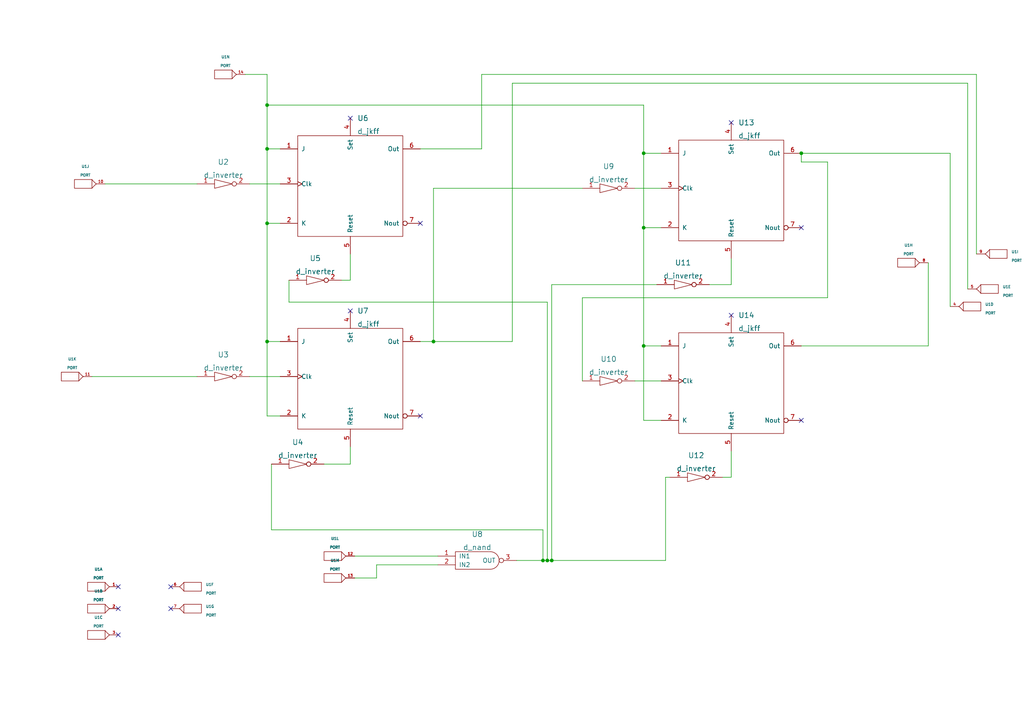
<source format=kicad_sch>
(kicad_sch (version 20211123) (generator eeschema)

  (uuid d538f0bd-8588-462f-9bf0-13178464fc60)

  (paper "A4")

  (lib_symbols
    (symbol "eSim_Digital:d_inverter" (pin_names (offset 1.016)) (in_bom yes) (on_board yes)
      (property "Reference" "U" (id 0) (at 0 -2.54 0)
        (effects (font (size 1.524 1.524)))
      )
      (property "Value" "d_inverter" (id 1) (at 0 3.81 0)
        (effects (font (size 1.524 1.524)))
      )
      (property "Footprint" "" (id 2) (at 1.27 -1.27 0)
        (effects (font (size 1.524 1.524)))
      )
      (property "Datasheet" "" (id 3) (at 1.27 -1.27 0)
        (effects (font (size 1.524 1.524)))
      )
      (symbol "d_inverter_0_1"
        (polyline
          (pts
            (xy -2.54 1.27)
            (xy -2.54 -1.27)
            (xy 2.54 0)
            (xy -2.54 1.27)
          )
          (stroke (width 0) (type default) (color 0 0 0 0))
          (fill (type none))
        )
      )
      (symbol "d_inverter_1_1"
        (pin input line (at -7.62 0 0) (length 5.08)
          (name "~" (effects (font (size 1.27 1.27))))
          (number "1" (effects (font (size 1.27 1.27))))
        )
        (pin output inverted (at 7.62 0 180) (length 5.08)
          (name "~" (effects (font (size 1.27 1.27))))
          (number "2" (effects (font (size 1.27 1.27))))
        )
      )
    )
    (symbol "eSim_Digital:d_jkff" (pin_names (offset 1.016)) (in_bom yes) (on_board yes)
      (property "Reference" "U" (id 0) (at 0 0 0)
        (effects (font (size 1.524 1.524)))
      )
      (property "Value" "d_jkff" (id 1) (at 1.27 3.81 0)
        (effects (font (size 1.524 1.524)))
      )
      (property "Footprint" "" (id 2) (at 0 0 0)
        (effects (font (size 1.524 1.524)))
      )
      (property "Datasheet" "" (id 3) (at 0 0 0)
        (effects (font (size 1.524 1.524)))
      )
      (symbol "d_jkff_0_1"
        (rectangle (start 15.24 13.97) (end -15.24 -15.24)
          (stroke (width 0) (type default) (color 0 0 0 0))
          (fill (type none))
        )
      )
      (symbol "d_jkff_1_1"
        (pin input line (at -20.32 10.16 0) (length 5.08)
          (name "J" (effects (font (size 1.27 1.27))))
          (number "1" (effects (font (size 1.27 1.27))))
        )
        (pin input line (at -20.32 -11.43 0) (length 5.08)
          (name "K" (effects (font (size 1.27 1.27))))
          (number "2" (effects (font (size 1.27 1.27))))
        )
        (pin input clock (at -20.32 0 0) (length 5.08)
          (name "Clk" (effects (font (size 1.27 1.27))))
          (number "3" (effects (font (size 1.27 1.27))))
        )
        (pin input line (at 0 19.05 270) (length 5.08)
          (name "Set" (effects (font (size 1.27 1.27))))
          (number "4" (effects (font (size 1.27 1.27))))
        )
        (pin input line (at 0 -20.32 90) (length 5.08)
          (name "Reset" (effects (font (size 1.27 1.27))))
          (number "5" (effects (font (size 1.27 1.27))))
        )
        (pin output line (at 20.32 10.16 180) (length 5.08)
          (name "Out" (effects (font (size 1.27 1.27))))
          (number "6" (effects (font (size 1.27 1.27))))
        )
        (pin output inverted (at 20.32 -11.43 180) (length 5.08)
          (name "Nout" (effects (font (size 1.27 1.27))))
          (number "7" (effects (font (size 1.27 1.27))))
        )
      )
    )
    (symbol "eSim_Digital:d_nand" (pin_names (offset 1.016)) (in_bom yes) (on_board yes)
      (property "Reference" "U" (id 0) (at 0 0 0)
        (effects (font (size 1.524 1.524)))
      )
      (property "Value" "d_nand" (id 1) (at 1.27 2.54 0)
        (effects (font (size 1.524 1.524)))
      )
      (property "Footprint" "" (id 2) (at 0 0 0)
        (effects (font (size 1.524 1.524)))
      )
      (property "Datasheet" "" (id 3) (at 0 0 0)
        (effects (font (size 1.524 1.524)))
      )
      (symbol "d_nand_0_1"
        (polyline
          (pts
            (xy 3.81 -1.27)
            (xy -6.35 -1.27)
            (xy -6.35 3.81)
            (xy 3.81 3.81)
          )
          (stroke (width 0) (type default) (color 0 0 0 0))
          (fill (type none))
        )
        (arc (start 3.81 -1.27) (mid 5.5897 -0.5171) (end 6.35 1.27)
          (stroke (width 0) (type default) (color 0 0 0 0))
          (fill (type none))
        )
        (arc (start 6.35 1.27) (mid 5.5971 3.0497) (end 3.81 3.81)
          (stroke (width 0) (type default) (color 0 0 0 0))
          (fill (type none))
        )
      )
      (symbol "d_nand_1_1"
        (pin input line (at -11.43 2.54 0) (length 5.08)
          (name "IN1" (effects (font (size 1.27 1.27))))
          (number "1" (effects (font (size 1.27 1.27))))
        )
        (pin input line (at -11.43 0 0) (length 5.08)
          (name "IN2" (effects (font (size 1.27 1.27))))
          (number "2" (effects (font (size 1.27 1.27))))
        )
        (pin output inverted (at 11.43 1.27 180) (length 5.08)
          (name "OUT" (effects (font (size 1.27 1.27))))
          (number "3" (effects (font (size 1.27 1.27))))
        )
      )
    )
    (symbol "eSim_Miscellaneous:PORT" (pin_names (offset 1.016)) (in_bom yes) (on_board yes)
      (property "Reference" "U" (id 0) (at 1.27 2.54 0)
        (effects (font (size 0.762 0.762)))
      )
      (property "Value" "PORT" (id 1) (at 0 0 0)
        (effects (font (size 0.762 0.762)))
      )
      (property "Footprint" "" (id 2) (at 0 0 0)
        (effects (font (size 1.524 1.524)))
      )
      (property "Datasheet" "" (id 3) (at 0 0 0)
        (effects (font (size 1.524 1.524)))
      )
      (symbol "PORT_0_1"
        (rectangle (start -2.54 1.27) (end 2.54 -1.27)
          (stroke (width 0) (type default) (color 0 0 0 0))
          (fill (type none))
        )
        (arc (start 2.54 1.27) (mid 3.1355 0.5955) (end 3.81 0)
          (stroke (width 0) (type default) (color 0 0 0 0))
          (fill (type none))
        )
        (arc (start 3.81 0) (mid 3.1447 -0.6046) (end 2.54 -1.27)
          (stroke (width 0) (type default) (color 0 0 0 0))
          (fill (type none))
        )
      )
      (symbol "PORT_1_1"
        (pin bidirectional line (at 6.35 0 180) (length 2.54)
          (name "~" (effects (font (size 0.762 0.762))))
          (number "1" (effects (font (size 0.762 0.762))))
        )
      )
      (symbol "PORT_2_1"
        (pin bidirectional line (at 6.35 0 180) (length 2.54)
          (name "~" (effects (font (size 0.762 0.762))))
          (number "2" (effects (font (size 0.762 0.762))))
        )
      )
      (symbol "PORT_3_1"
        (pin bidirectional line (at 6.35 0 180) (length 2.54)
          (name "~" (effects (font (size 0.762 0.762))))
          (number "3" (effects (font (size 0.762 0.762))))
        )
      )
      (symbol "PORT_4_1"
        (pin bidirectional line (at 6.35 0 180) (length 2.54)
          (name "~" (effects (font (size 0.762 0.762))))
          (number "4" (effects (font (size 0.762 0.762))))
        )
      )
      (symbol "PORT_5_1"
        (pin bidirectional line (at 6.35 0 180) (length 2.54)
          (name "~" (effects (font (size 0.762 0.762))))
          (number "5" (effects (font (size 0.762 0.762))))
        )
      )
      (symbol "PORT_6_1"
        (pin bidirectional line (at 6.35 0 180) (length 2.54)
          (name "~" (effects (font (size 0.762 0.762))))
          (number "6" (effects (font (size 0.762 0.762))))
        )
      )
      (symbol "PORT_7_1"
        (pin bidirectional line (at 6.35 0 180) (length 2.54)
          (name "~" (effects (font (size 0.762 0.762))))
          (number "7" (effects (font (size 0.762 0.762))))
        )
      )
      (symbol "PORT_8_1"
        (pin bidirectional line (at 6.35 0 180) (length 2.54)
          (name "~" (effects (font (size 0.762 0.762))))
          (number "8" (effects (font (size 0.762 0.762))))
        )
      )
      (symbol "PORT_9_1"
        (pin bidirectional line (at 6.35 0 180) (length 2.54)
          (name "~" (effects (font (size 0.762 0.762))))
          (number "9" (effects (font (size 0.762 0.762))))
        )
      )
      (symbol "PORT_10_1"
        (pin bidirectional line (at 6.35 0 180) (length 2.54)
          (name "~" (effects (font (size 0.762 0.762))))
          (number "10" (effects (font (size 0.762 0.762))))
        )
      )
      (symbol "PORT_11_1"
        (pin bidirectional line (at 6.35 0 180) (length 2.54)
          (name "~" (effects (font (size 0.762 0.762))))
          (number "11" (effects (font (size 0.762 0.762))))
        )
      )
      (symbol "PORT_12_1"
        (pin bidirectional line (at 6.35 0 180) (length 2.54)
          (name "~" (effects (font (size 0.762 0.762))))
          (number "12" (effects (font (size 0.762 0.762))))
        )
      )
      (symbol "PORT_13_1"
        (pin bidirectional line (at 6.35 0 180) (length 2.54)
          (name "~" (effects (font (size 0.762 0.762))))
          (number "13" (effects (font (size 0.762 0.762))))
        )
      )
      (symbol "PORT_14_1"
        (pin bidirectional line (at 6.35 0 180) (length 2.54)
          (name "~" (effects (font (size 0.762 0.762))))
          (number "14" (effects (font (size 0.762 0.762))))
        )
      )
      (symbol "PORT_15_1"
        (pin bidirectional line (at 6.35 0 180) (length 2.54)
          (name "~" (effects (font (size 0.762 0.762))))
          (number "15" (effects (font (size 0.762 0.762))))
        )
      )
      (symbol "PORT_16_1"
        (pin bidirectional line (at 6.35 0 180) (length 2.54)
          (name "~" (effects (font (size 0.762 0.762))))
          (number "16" (effects (font (size 0.762 0.762))))
        )
      )
      (symbol "PORT_17_1"
        (pin bidirectional line (at 6.35 0 180) (length 2.54)
          (name "~" (effects (font (size 0.762 0.762))))
          (number "17" (effects (font (size 0.762 0.762))))
        )
      )
      (symbol "PORT_18_1"
        (pin bidirectional line (at 6.35 0 180) (length 2.54)
          (name "~" (effects (font (size 0.762 0.762))))
          (number "18" (effects (font (size 0.762 0.762))))
        )
      )
      (symbol "PORT_19_1"
        (pin bidirectional line (at 6.35 0 180) (length 2.54)
          (name "~" (effects (font (size 0.762 0.762))))
          (number "19" (effects (font (size 0.762 0.762))))
        )
      )
      (symbol "PORT_20_1"
        (pin bidirectional line (at 6.35 0 180) (length 2.54)
          (name "~" (effects (font (size 0.762 0.762))))
          (number "20" (effects (font (size 0.762 0.762))))
        )
      )
      (symbol "PORT_21_1"
        (pin bidirectional line (at 6.35 0 180) (length 2.54)
          (name "~" (effects (font (size 0.762 0.762))))
          (number "21" (effects (font (size 0.762 0.762))))
        )
      )
      (symbol "PORT_22_1"
        (pin bidirectional line (at 6.35 0 180) (length 2.54)
          (name "~" (effects (font (size 0.762 0.762))))
          (number "22" (effects (font (size 0.762 0.762))))
        )
      )
      (symbol "PORT_23_1"
        (pin bidirectional line (at 6.35 0 180) (length 2.54)
          (name "~" (effects (font (size 0.762 0.762))))
          (number "23" (effects (font (size 0.762 0.762))))
        )
      )
      (symbol "PORT_24_1"
        (pin bidirectional line (at 6.35 0 180) (length 2.54)
          (name "~" (effects (font (size 0.762 0.762))))
          (number "24" (effects (font (size 0.762 0.762))))
        )
      )
      (symbol "PORT_25_1"
        (pin bidirectional line (at 6.35 0 180) (length 2.54)
          (name "~" (effects (font (size 0.762 0.762))))
          (number "25" (effects (font (size 0.762 0.762))))
        )
      )
      (symbol "PORT_26_1"
        (pin bidirectional line (at 6.35 0 180) (length 2.54)
          (name "~" (effects (font (size 0.762 0.762))))
          (number "26" (effects (font (size 0.762 0.762))))
        )
      )
    )
  )

  (junction (at 160.02 162.56) (diameter 0) (color 0 0 0 0)
    (uuid 01fd7cc2-ee40-47e6-bf09-1a556277635f)
  )
  (junction (at 186.69 100.33) (diameter 0) (color 0 0 0 0)
    (uuid 2d5995ef-100f-4691-9799-99c7d24bdddf)
  )
  (junction (at 157.48 162.56) (diameter 0) (color 0 0 0 0)
    (uuid 4512daa7-c97b-4aac-900a-35677683601d)
  )
  (junction (at 158.75 162.56) (diameter 0) (color 0 0 0 0)
    (uuid 61fce0b1-bce2-4303-8755-104062808fd9)
  )
  (junction (at 232.41 44.45) (diameter 0) (color 0 0 0 0)
    (uuid 6486f23b-8f36-4cfb-8393-ba099d077610)
  )
  (junction (at 186.69 66.04) (diameter 0) (color 0 0 0 0)
    (uuid 71f8641e-781b-4e82-8c9d-5c30e4612d9b)
  )
  (junction (at 77.47 43.18) (diameter 0) (color 0 0 0 0)
    (uuid b2d421aa-ec22-4633-b4c8-ef956393ee19)
  )
  (junction (at 77.47 30.48) (diameter 0) (color 0 0 0 0)
    (uuid bc4a31eb-8f1e-400b-b3bf-0873665263fa)
  )
  (junction (at 77.47 99.06) (diameter 0) (color 0 0 0 0)
    (uuid c8cf2c75-6c81-425a-aec4-7acc56d4c4eb)
  )
  (junction (at 77.47 64.77) (diameter 0) (color 0 0 0 0)
    (uuid e3aca9de-9502-4ae6-bdd6-0f66e149a94e)
  )
  (junction (at 125.73 99.06) (diameter 0) (color 0 0 0 0)
    (uuid e6ed2992-f6a0-4f00-9637-2d87e66e39ee)
  )
  (junction (at 186.69 44.45) (diameter 0) (color 0 0 0 0)
    (uuid fccc6bff-b92b-429c-87d1-810fa8d02fe7)
  )

  (no_connect (at 232.41 121.92) (uuid 17f5cd9d-272e-4a2f-95fb-ce2166d2ff24))
  (no_connect (at 49.53 170.18) (uuid 18b1ed07-5d3b-4366-bd8b-306a7fddbfe8))
  (no_connect (at 49.53 176.53) (uuid 1eccca6c-f093-4f20-a37a-40402c92c50b))
  (no_connect (at 34.29 176.53) (uuid 1f493852-50c4-400e-9eaf-9006aba9ae16))
  (no_connect (at 34.29 184.15) (uuid 21654dbf-7336-4bf0-87b8-85fab8a4292c))
  (no_connect (at 212.09 35.56) (uuid 3eeefb6a-3e1b-48da-bade-b75722cb5729))
  (no_connect (at 34.29 170.18) (uuid 6ef44b93-f869-4a41-8983-f5958ef2afba))
  (no_connect (at 101.6 34.29) (uuid ae634a4d-6330-4e47-8a1e-e86e8c664de9))
  (no_connect (at 121.92 120.65) (uuid d60f5bb5-8b12-434a-aa7f-ed533a42f8f8))
  (no_connect (at 232.41 66.04) (uuid d85a7bad-6f6f-4b7a-a634-874e69002ace))
  (no_connect (at 212.09 91.44) (uuid d93157e1-8e0e-48e6-afa8-3f337322b883))
  (no_connect (at 101.6 90.17) (uuid f0f15530-f262-43b0-befd-fca04c637a78))
  (no_connect (at 121.92 64.77) (uuid f3d090aa-4cab-4a64-af91-edd74710205d))

  (wire (pts (xy 101.6 134.62) (xy 101.6 129.54))
    (stroke (width 0) (type default) (color 0 0 0 0))
    (uuid 01b7e1b4-435c-481e-b200-2544781123fe)
  )
  (wire (pts (xy 240.03 46.99) (xy 240.03 86.36))
    (stroke (width 0) (type default) (color 0 0 0 0))
    (uuid 05ac2e70-f866-4c87-aa10-213e984b760a)
  )
  (wire (pts (xy 232.41 100.33) (xy 269.24 100.33))
    (stroke (width 0) (type default) (color 0 0 0 0))
    (uuid 0b4b1561-80fe-4bf3-a3ec-d8d11c424226)
  )
  (wire (pts (xy 160.02 162.56) (xy 193.04 162.56))
    (stroke (width 0) (type default) (color 0 0 0 0))
    (uuid 0dad0f91-1786-4c6a-8448-bc69e314b39d)
  )
  (wire (pts (xy 186.69 100.33) (xy 186.69 121.92))
    (stroke (width 0) (type default) (color 0 0 0 0))
    (uuid 169b9818-57c1-4cfa-ba3e-5e9c89603afa)
  )
  (wire (pts (xy 149.86 162.56) (xy 157.48 162.56))
    (stroke (width 0) (type default) (color 0 0 0 0))
    (uuid 17a59d0b-776a-4216-932e-342b0dc8cfa2)
  )
  (wire (pts (xy 168.91 86.36) (xy 168.91 110.49))
    (stroke (width 0) (type default) (color 0 0 0 0))
    (uuid 193f7324-cb83-4e4a-9007-99ebb680a2c2)
  )
  (wire (pts (xy 269.24 76.2) (xy 269.24 100.33))
    (stroke (width 0) (type default) (color 0 0 0 0))
    (uuid 1d5f8ab5-caaa-484c-9e30-21c2f6ea3f0e)
  )
  (wire (pts (xy 193.04 162.56) (xy 193.04 138.43))
    (stroke (width 0) (type default) (color 0 0 0 0))
    (uuid 1f6af0c4-dde6-4ba8-b0be-838b244739f0)
  )
  (wire (pts (xy 158.75 162.56) (xy 160.02 162.56))
    (stroke (width 0) (type default) (color 0 0 0 0))
    (uuid 22e5a204-7e1e-4bf0-882f-9be92ccf41f9)
  )
  (wire (pts (xy 101.6 73.66) (xy 101.6 81.28))
    (stroke (width 0) (type default) (color 0 0 0 0))
    (uuid 2688437f-a9c4-4475-8a38-ef926dc64056)
  )
  (wire (pts (xy 77.47 99.06) (xy 77.47 120.65))
    (stroke (width 0) (type default) (color 0 0 0 0))
    (uuid 2a086d52-b2f1-48fb-ac9e-ca86a1374d3f)
  )
  (wire (pts (xy 184.15 54.61) (xy 191.77 54.61))
    (stroke (width 0) (type default) (color 0 0 0 0))
    (uuid 2bdc7fd3-b17b-41a5-8324-6fd237821b75)
  )
  (wire (pts (xy 83.82 81.28) (xy 83.82 87.63))
    (stroke (width 0) (type default) (color 0 0 0 0))
    (uuid 31ea25f8-d078-46b6-8407-dae8112c2d29)
  )
  (wire (pts (xy 158.75 87.63) (xy 158.75 162.56))
    (stroke (width 0) (type default) (color 0 0 0 0))
    (uuid 32ec9eb1-3406-4ffa-a918-64bcb1c2b854)
  )
  (wire (pts (xy 139.7 21.59) (xy 139.7 43.18))
    (stroke (width 0) (type default) (color 0 0 0 0))
    (uuid 34a2cdbd-a63b-40f5-a7fd-9335bf1b7edc)
  )
  (wire (pts (xy 186.69 66.04) (xy 186.69 44.45))
    (stroke (width 0) (type default) (color 0 0 0 0))
    (uuid 38f2e3fb-883d-44bd-a9db-e47da2a33fe5)
  )
  (wire (pts (xy 125.73 99.06) (xy 148.59 99.06))
    (stroke (width 0) (type default) (color 0 0 0 0))
    (uuid 3adf4b04-f002-4a21-88cb-45b6c4a8cf7b)
  )
  (wire (pts (xy 186.69 44.45) (xy 191.77 44.45))
    (stroke (width 0) (type default) (color 0 0 0 0))
    (uuid 3d393e85-fe68-40e3-8b71-2452ad3e96bc)
  )
  (wire (pts (xy 77.47 43.18) (xy 77.47 64.77))
    (stroke (width 0) (type default) (color 0 0 0 0))
    (uuid 3e24a0e7-6bc0-4506-81ab-27da83c15340)
  )
  (wire (pts (xy 232.41 44.45) (xy 232.41 46.99))
    (stroke (width 0) (type default) (color 0 0 0 0))
    (uuid 3f509265-a157-4dcc-b6de-5714d0d1f53d)
  )
  (wire (pts (xy 77.47 30.48) (xy 186.69 30.48))
    (stroke (width 0) (type default) (color 0 0 0 0))
    (uuid 42256d5a-4860-4fb6-9375-67a75bc0f7d4)
  )
  (wire (pts (xy 240.03 86.36) (xy 168.91 86.36))
    (stroke (width 0) (type default) (color 0 0 0 0))
    (uuid 482e418e-8191-4111-bf99-92f8e70de716)
  )
  (wire (pts (xy 77.47 64.77) (xy 77.47 99.06))
    (stroke (width 0) (type default) (color 0 0 0 0))
    (uuid 4897b637-adc9-44d8-a91d-e9402668ea75)
  )
  (wire (pts (xy 101.6 81.28) (xy 99.06 81.28))
    (stroke (width 0) (type default) (color 0 0 0 0))
    (uuid 4daaa17c-fb9e-4150-87cc-3af12bd1d603)
  )
  (wire (pts (xy 77.47 30.48) (xy 77.47 43.18))
    (stroke (width 0) (type default) (color 0 0 0 0))
    (uuid 4f945700-36eb-4dd1-93ca-e58506501fc1)
  )
  (wire (pts (xy 125.73 99.06) (xy 125.73 54.61))
    (stroke (width 0) (type default) (color 0 0 0 0))
    (uuid 508d7a2c-1ff8-46cb-909b-a72295feefe5)
  )
  (wire (pts (xy 125.73 54.61) (xy 168.91 54.61))
    (stroke (width 0) (type default) (color 0 0 0 0))
    (uuid 52a9f5c6-db62-4bec-a238-bb3ae9750014)
  )
  (wire (pts (xy 72.39 53.34) (xy 81.28 53.34))
    (stroke (width 0) (type default) (color 0 0 0 0))
    (uuid 566ce978-6738-4475-9397-f3c90aa7fb8c)
  )
  (wire (pts (xy 77.47 21.59) (xy 77.47 30.48))
    (stroke (width 0) (type default) (color 0 0 0 0))
    (uuid 57f3ecbb-e07c-44dc-8b0f-30410babd16f)
  )
  (wire (pts (xy 148.59 24.13) (xy 280.67 24.13))
    (stroke (width 0) (type default) (color 0 0 0 0))
    (uuid 5b2c2931-5905-4946-a3b9-20e50fad6e56)
  )
  (wire (pts (xy 71.12 21.59) (xy 77.47 21.59))
    (stroke (width 0) (type default) (color 0 0 0 0))
    (uuid 65fa6313-2d61-4c03-9a76-e0cf41a40360)
  )
  (wire (pts (xy 109.22 163.83) (xy 109.22 167.64))
    (stroke (width 0) (type default) (color 0 0 0 0))
    (uuid 666a71e2-b361-4be2-9835-68bf18e549b5)
  )
  (wire (pts (xy 77.47 99.06) (xy 81.28 99.06))
    (stroke (width 0) (type default) (color 0 0 0 0))
    (uuid 8564f611-70fa-4228-9883-07fab72eb49f)
  )
  (wire (pts (xy 212.09 138.43) (xy 209.55 138.43))
    (stroke (width 0) (type default) (color 0 0 0 0))
    (uuid 87332032-11a0-4e69-bff3-37ba5f8d629c)
  )
  (wire (pts (xy 109.22 163.83) (xy 127 163.83))
    (stroke (width 0) (type default) (color 0 0 0 0))
    (uuid 8a247a91-aeae-43c6-9b0f-ed4c1f5d141b)
  )
  (wire (pts (xy 186.69 66.04) (xy 186.69 100.33))
    (stroke (width 0) (type default) (color 0 0 0 0))
    (uuid 8a6b0406-6d9b-4c98-851d-5acc97f8a0f7)
  )
  (wire (pts (xy 193.04 138.43) (xy 194.31 138.43))
    (stroke (width 0) (type default) (color 0 0 0 0))
    (uuid 903a998e-34ac-49b4-ab12-5dfd5c4c3242)
  )
  (wire (pts (xy 121.92 99.06) (xy 125.73 99.06))
    (stroke (width 0) (type default) (color 0 0 0 0))
    (uuid 91be94dc-f908-4b46-b7d4-d13a01aa9a9a)
  )
  (wire (pts (xy 160.02 82.55) (xy 160.02 162.56))
    (stroke (width 0) (type default) (color 0 0 0 0))
    (uuid 95ffcd79-8d4f-4aa6-be56-d32db280b04e)
  )
  (wire (pts (xy 283.21 21.59) (xy 139.7 21.59))
    (stroke (width 0) (type default) (color 0 0 0 0))
    (uuid 98994b7c-503c-4ae4-b80c-6b7c51a8da33)
  )
  (wire (pts (xy 81.28 64.77) (xy 77.47 64.77))
    (stroke (width 0) (type default) (color 0 0 0 0))
    (uuid 9d2712d2-1423-497e-96c0-00b08bceea3f)
  )
  (wire (pts (xy 186.69 121.92) (xy 191.77 121.92))
    (stroke (width 0) (type default) (color 0 0 0 0))
    (uuid a31ea791-3123-46ef-aa1c-2ab2fba9d388)
  )
  (wire (pts (xy 232.41 44.45) (xy 275.59 44.45))
    (stroke (width 0) (type default) (color 0 0 0 0))
    (uuid a976d566-3d04-4584-8c11-e89ed9fd34ef)
  )
  (wire (pts (xy 283.21 21.59) (xy 283.21 73.66))
    (stroke (width 0) (type default) (color 0 0 0 0))
    (uuid a9b2675f-e9c6-4b6e-b7be-f90def8a9384)
  )
  (wire (pts (xy 184.15 110.49) (xy 191.77 110.49))
    (stroke (width 0) (type default) (color 0 0 0 0))
    (uuid ae0b7208-97d2-4ca9-8196-9ca52365c23f)
  )
  (wire (pts (xy 102.87 161.29) (xy 127 161.29))
    (stroke (width 0) (type default) (color 0 0 0 0))
    (uuid af2187a9-e944-4639-8730-732d9bfed070)
  )
  (wire (pts (xy 186.69 44.45) (xy 186.69 30.48))
    (stroke (width 0) (type default) (color 0 0 0 0))
    (uuid afb138cd-1d15-4f54-ab34-799c034cd2da)
  )
  (wire (pts (xy 232.41 46.99) (xy 240.03 46.99))
    (stroke (width 0) (type default) (color 0 0 0 0))
    (uuid affee356-3a2c-4b1d-a8f3-4fb5d39e085a)
  )
  (wire (pts (xy 212.09 82.55) (xy 205.74 82.55))
    (stroke (width 0) (type default) (color 0 0 0 0))
    (uuid b13c4c14-5a64-437b-ab21-f93f8c5cb896)
  )
  (wire (pts (xy 78.74 134.62) (xy 78.74 153.67))
    (stroke (width 0) (type default) (color 0 0 0 0))
    (uuid b20b639d-f480-4e1d-9b3d-4f9f576ab233)
  )
  (wire (pts (xy 186.69 100.33) (xy 191.77 100.33))
    (stroke (width 0) (type default) (color 0 0 0 0))
    (uuid b28cf368-4685-40e3-acb0-0adad557fa45)
  )
  (wire (pts (xy 72.39 109.22) (xy 81.28 109.22))
    (stroke (width 0) (type default) (color 0 0 0 0))
    (uuid b56e77fa-d534-4222-b6b9-3e2f5e3db1b6)
  )
  (wire (pts (xy 212.09 74.93) (xy 212.09 82.55))
    (stroke (width 0) (type default) (color 0 0 0 0))
    (uuid bd65880e-0b19-4bec-af3d-2e3268b2f7d0)
  )
  (wire (pts (xy 83.82 87.63) (xy 158.75 87.63))
    (stroke (width 0) (type default) (color 0 0 0 0))
    (uuid bdc009c6-3870-4b02-a89e-61a4d2715112)
  )
  (wire (pts (xy 102.87 167.64) (xy 109.22 167.64))
    (stroke (width 0) (type default) (color 0 0 0 0))
    (uuid bf422dd4-4ae9-4e4d-9fa1-cb59f53b92e2)
  )
  (wire (pts (xy 26.67 109.22) (xy 57.15 109.22))
    (stroke (width 0) (type default) (color 0 0 0 0))
    (uuid c2616ce5-c995-4ba7-9206-c8ba7c30b6e7)
  )
  (wire (pts (xy 78.74 153.67) (xy 157.48 153.67))
    (stroke (width 0) (type default) (color 0 0 0 0))
    (uuid c597dc58-d6e3-43e2-b605-9796e613e97e)
  )
  (wire (pts (xy 121.92 43.18) (xy 139.7 43.18))
    (stroke (width 0) (type default) (color 0 0 0 0))
    (uuid c6633f7e-6376-4890-861e-ef19d364d722)
  )
  (wire (pts (xy 191.77 66.04) (xy 186.69 66.04))
    (stroke (width 0) (type default) (color 0 0 0 0))
    (uuid c872fc82-a083-4177-85f0-ce5983499a16)
  )
  (wire (pts (xy 77.47 43.18) (xy 81.28 43.18))
    (stroke (width 0) (type default) (color 0 0 0 0))
    (uuid ca8cf0d6-686b-47d4-a322-92582639bfc5)
  )
  (wire (pts (xy 30.48 53.34) (xy 57.15 53.34))
    (stroke (width 0) (type default) (color 0 0 0 0))
    (uuid cb276663-dca4-4439-919c-09e245dd0f1a)
  )
  (wire (pts (xy 280.67 24.13) (xy 280.67 83.82))
    (stroke (width 0) (type default) (color 0 0 0 0))
    (uuid d1358a86-2dbe-4870-944b-a081d4506ca4)
  )
  (wire (pts (xy 275.59 44.45) (xy 275.59 88.9))
    (stroke (width 0) (type default) (color 0 0 0 0))
    (uuid d1b5838b-a979-4e17-9a90-c3a17f7518e1)
  )
  (wire (pts (xy 93.98 134.62) (xy 101.6 134.62))
    (stroke (width 0) (type default) (color 0 0 0 0))
    (uuid d73083b6-1b80-4929-9b8d-a4a853c4948f)
  )
  (wire (pts (xy 157.48 162.56) (xy 158.75 162.56))
    (stroke (width 0) (type default) (color 0 0 0 0))
    (uuid d94b6c79-93d5-46e8-aa60-bbb34445b984)
  )
  (wire (pts (xy 190.5 82.55) (xy 160.02 82.55))
    (stroke (width 0) (type default) (color 0 0 0 0))
    (uuid df1cce1a-a460-4208-ae7f-46cd2eefb0e8)
  )
  (wire (pts (xy 81.28 120.65) (xy 77.47 120.65))
    (stroke (width 0) (type default) (color 0 0 0 0))
    (uuid e52dc0f2-df5e-4703-bb54-ad498156328f)
  )
  (wire (pts (xy 148.59 99.06) (xy 148.59 24.13))
    (stroke (width 0) (type default) (color 0 0 0 0))
    (uuid f1f1c558-db70-4d24-b97c-3f87c419bb9e)
  )
  (wire (pts (xy 212.09 130.81) (xy 212.09 138.43))
    (stroke (width 0) (type default) (color 0 0 0 0))
    (uuid f9c6f02f-39cd-40e9-b1f2-59de69e07dbb)
  )
  (wire (pts (xy 157.48 153.67) (xy 157.48 162.56))
    (stroke (width 0) (type default) (color 0 0 0 0))
    (uuid ffe62fd6-a56c-4750-878d-064d77550c71)
  )

  (symbol (lib_id "eSim_Digital:d_inverter") (at 198.12 82.55 0) (unit 1)
    (in_bom yes) (on_board yes) (fields_autoplaced)
    (uuid 15ac7ee8-b720-48df-a691-2029d743b149)
    (property "Reference" "U11" (id 0) (at 198.12 76.2 0)
      (effects (font (size 1.524 1.524)))
    )
    (property "Value" "d_inverter" (id 1) (at 198.12 80.01 0)
      (effects (font (size 1.524 1.524)))
    )
    (property "Footprint" "" (id 2) (at 199.39 83.82 0)
      (effects (font (size 1.524 1.524)))
    )
    (property "Datasheet" "" (id 3) (at 199.39 83.82 0)
      (effects (font (size 1.524 1.524)))
    )
    (pin "1" (uuid cf711d73-3513-49e4-99d3-1130dc4a3d8e))
    (pin "2" (uuid 490fd537-ffe8-44ac-9804-a5481119c6c3))
  )

  (symbol (lib_id "eSim_Digital:d_jkff") (at 101.6 53.34 0) (unit 1)
    (in_bom yes) (on_board yes) (fields_autoplaced)
    (uuid 1742a981-03d9-4f9e-830e-6bb0d57ea64b)
    (property "Reference" "U6" (id 0) (at 103.6194 34.29 0)
      (effects (font (size 1.524 1.524)) (justify left))
    )
    (property "Value" "d_jkff" (id 1) (at 103.6194 38.1 0)
      (effects (font (size 1.524 1.524)) (justify left))
    )
    (property "Footprint" "" (id 2) (at 101.6 53.34 0)
      (effects (font (size 1.524 1.524)))
    )
    (property "Datasheet" "" (id 3) (at 101.6 53.34 0)
      (effects (font (size 1.524 1.524)))
    )
    (pin "1" (uuid 7c04fc2b-02bf-42da-9858-6b5b3c1dbc07))
    (pin "2" (uuid f94369e1-c27a-4258-bb5a-b43d296f308a))
    (pin "3" (uuid 0824f37b-f26c-4ddb-956c-952a11cc3294))
    (pin "4" (uuid 3550f074-6988-4c19-8264-e7b503ba04db))
    (pin "5" (uuid 5ddea841-8f81-4d75-91f4-9e6299dd60e1))
    (pin "6" (uuid 9eb7d2e2-9677-4a5a-8412-6328da3e3f11))
    (pin "7" (uuid 9da130ec-117b-4c96-937d-cf1a80f5eb5b))
  )

  (symbol (lib_id "eSim_Digital:d_inverter") (at 64.77 109.22 0) (unit 1)
    (in_bom yes) (on_board yes) (fields_autoplaced)
    (uuid 20e34531-817a-40c7-8b0f-e3b764b56b0f)
    (property "Reference" "U3" (id 0) (at 64.77 102.87 0)
      (effects (font (size 1.524 1.524)))
    )
    (property "Value" "d_inverter" (id 1) (at 64.77 106.68 0)
      (effects (font (size 1.524 1.524)))
    )
    (property "Footprint" "" (id 2) (at 66.04 110.49 0)
      (effects (font (size 1.524 1.524)))
    )
    (property "Datasheet" "" (id 3) (at 66.04 110.49 0)
      (effects (font (size 1.524 1.524)))
    )
    (pin "1" (uuid dc0ccaf5-dacf-4b51-b7c5-73c3dd3a08a5))
    (pin "2" (uuid b08e6d63-16b1-49ac-b83b-add282dc2fc5))
  )

  (symbol (lib_id "eSim_Digital:d_inverter") (at 64.77 53.34 0) (unit 1)
    (in_bom yes) (on_board yes) (fields_autoplaced)
    (uuid 2f84618e-f205-4e06-982e-51c07e7a74b8)
    (property "Reference" "U2" (id 0) (at 64.77 46.99 0)
      (effects (font (size 1.524 1.524)))
    )
    (property "Value" "d_inverter" (id 1) (at 64.77 50.8 0)
      (effects (font (size 1.524 1.524)))
    )
    (property "Footprint" "" (id 2) (at 66.04 54.61 0)
      (effects (font (size 1.524 1.524)))
    )
    (property "Datasheet" "" (id 3) (at 66.04 54.61 0)
      (effects (font (size 1.524 1.524)))
    )
    (pin "1" (uuid 46c4da35-3e58-4ed4-b825-1d7462058d76))
    (pin "2" (uuid 9806bf78-0819-4086-ab55-5ddf59bf9154))
  )

  (symbol (lib_id "eSim_Digital:d_inverter") (at 176.53 54.61 0) (unit 1)
    (in_bom yes) (on_board yes) (fields_autoplaced)
    (uuid 34481ca9-a824-4cbd-94ec-b18a974b34fb)
    (property "Reference" "U9" (id 0) (at 176.53 48.26 0)
      (effects (font (size 1.524 1.524)))
    )
    (property "Value" "d_inverter" (id 1) (at 176.53 52.07 0)
      (effects (font (size 1.524 1.524)))
    )
    (property "Footprint" "" (id 2) (at 177.8 55.88 0)
      (effects (font (size 1.524 1.524)))
    )
    (property "Datasheet" "" (id 3) (at 177.8 55.88 0)
      (effects (font (size 1.524 1.524)))
    )
    (pin "1" (uuid 498a30ef-b589-4942-92c6-0519d3553254))
    (pin "2" (uuid 49f493b8-6070-4c25-9ce3-9ca2a9d85dcd))
  )

  (symbol (lib_id "eSim_Miscellaneous:PORT") (at 27.94 176.53 0) (unit 2)
    (in_bom yes) (on_board yes) (fields_autoplaced)
    (uuid 4db566b8-f04b-4ea1-a712-7be4bcbdfd9d)
    (property "Reference" "U1" (id 0) (at 28.575 171.45 0)
      (effects (font (size 0.762 0.762)))
    )
    (property "Value" "PORT" (id 1) (at 28.575 173.99 0)
      (effects (font (size 0.762 0.762)))
    )
    (property "Footprint" "" (id 2) (at 27.94 176.53 0)
      (effects (font (size 1.524 1.524)))
    )
    (property "Datasheet" "" (id 3) (at 27.94 176.53 0)
      (effects (font (size 1.524 1.524)))
    )
    (pin "1" (uuid 8a51f7fc-7d7f-4817-b6cf-e855d2818475))
    (pin "2" (uuid d4cfdd61-b887-43a4-b134-b8519ae93af1))
    (pin "3" (uuid c0efafd2-00a0-4315-af29-f727fd59002a))
    (pin "4" (uuid 6e284fb7-31c1-4e75-b702-a281c4d6d5ab))
    (pin "5" (uuid 3e092fdc-1b53-470b-ae0e-1d1e21644db5))
    (pin "6" (uuid a4426238-326d-450e-8b66-a1c860b11f4d))
    (pin "7" (uuid 75209e3c-5d38-49a4-9d5f-29482aa5bc1e))
    (pin "8" (uuid 24378046-b0c4-4630-b122-00df944a35dd))
    (pin "9" (uuid 6d6b497d-63f0-4e6d-9c70-b7aeb0c30121))
    (pin "10" (uuid 4784f7a7-3109-4bd3-bbb7-d28f35a86740))
    (pin "11" (uuid 267a4a5d-229b-447b-8a10-8c917e6a3a93))
    (pin "12" (uuid f447234c-3531-41ed-bd4a-3ae114ce7741))
    (pin "13" (uuid dba131da-efe7-4109-98aa-6d1f546ec989))
    (pin "14" (uuid 2473f4e8-6955-4029-8f61-1d6e86ddf08c))
    (pin "15" (uuid 25ca3bad-e4ae-4b09-8881-ebc790945c1a))
    (pin "16" (uuid f2fb734e-587c-4f5a-baee-9d9283624f72))
    (pin "17" (uuid d9ef3f8d-b278-45e5-abbd-5571390217bc))
    (pin "18" (uuid 58277a7e-5c4d-440b-837c-94a09b30b73d))
    (pin "19" (uuid 08d89264-394a-49f3-bff9-9f896e28b229))
    (pin "20" (uuid 73c0f338-bbe9-489a-b900-03a6069b7463))
    (pin "21" (uuid b74b0ba5-c6c9-460d-8714-7b3a794f6e23))
    (pin "22" (uuid 6d438369-47a9-4396-ae29-214bbb88c19d))
    (pin "23" (uuid 5ef35383-d97e-4898-aae3-03246f846474))
    (pin "24" (uuid 731c8ad0-2d71-4392-a98e-dbe4a8670430))
    (pin "25" (uuid af3573e5-7384-4bc8-9b2b-9e2e327cf5a3))
    (pin "26" (uuid f2cd198b-2ea3-4296-8abf-9a8b2583ea54))
  )

  (symbol (lib_id "eSim_Miscellaneous:PORT") (at 55.88 170.18 180) (unit 6)
    (in_bom yes) (on_board yes) (fields_autoplaced)
    (uuid 504dc2e7-eaed-46f9-ba05-fd108be35132)
    (property "Reference" "U1" (id 0) (at 59.69 169.545 0)
      (effects (font (size 0.762 0.762)) (justify right))
    )
    (property "Value" "PORT" (id 1) (at 59.69 172.085 0)
      (effects (font (size 0.762 0.762)) (justify right))
    )
    (property "Footprint" "" (id 2) (at 55.88 170.18 0)
      (effects (font (size 1.524 1.524)))
    )
    (property "Datasheet" "" (id 3) (at 55.88 170.18 0)
      (effects (font (size 1.524 1.524)))
    )
    (pin "1" (uuid a52ea979-a0b7-427e-936d-823a7bbaf2e4))
    (pin "2" (uuid b3847b2b-70af-415c-bda4-c5c0ea1bac30))
    (pin "3" (uuid 517e06b5-1774-4da5-8b3c-64bacc783d6e))
    (pin "4" (uuid 7146ec41-a670-45ff-ac54-7675a676401d))
    (pin "5" (uuid 36a80776-6d40-400f-9f5f-ecd443a059fa))
    (pin "6" (uuid d0ce7aea-32fc-4db2-9a77-af288c6488ee))
    (pin "7" (uuid 2bd6c108-7607-4697-b84b-fa00b15e9d4a))
    (pin "8" (uuid f682a0a0-c0ab-44cb-aa6a-78b07c0e7ce0))
    (pin "9" (uuid 3e1551b6-847f-4c21-8622-a16a4fd401fd))
    (pin "10" (uuid 8c97c29d-4592-4549-9e71-31a83a54fe34))
    (pin "11" (uuid 74dd0339-c9ce-480a-96b7-088968d71483))
    (pin "12" (uuid 3a5ff35b-50c1-467c-9080-4f322f4e67c4))
    (pin "13" (uuid 67f4b96b-b0b4-4938-a7ae-4534d37e412a))
    (pin "14" (uuid b6d2400e-abe4-4470-b2c7-b541bc9690a5))
    (pin "15" (uuid 8bc9d103-5ed0-4d38-aea5-13fc4dd5387b))
    (pin "16" (uuid 0bdc30b2-8b93-4730-9ae4-5896e731c26e))
    (pin "17" (uuid faa1112c-6bb9-4bb2-a6b6-e4e750f554ce))
    (pin "18" (uuid c3f6d9ae-8c26-42bf-a385-a05dbf645f12))
    (pin "19" (uuid df163a17-0eeb-45b1-a9df-e5f349a0a348))
    (pin "20" (uuid c39d4dbf-2103-4336-8a32-32c319af9b3b))
    (pin "21" (uuid 97d7d3dd-2883-4250-be53-17e92264a142))
    (pin "22" (uuid 74c917a9-ea35-4024-9dae-26b2faaf72a8))
    (pin "23" (uuid f0e7a4fb-c16a-4afb-801c-b7725999d40a))
    (pin "24" (uuid c878133b-fbaa-49a3-b465-09162e8f27dc))
    (pin "25" (uuid 6fb52139-7ed2-449c-8500-4841b41c696b))
    (pin "26" (uuid 35be3fcc-fc45-4e54-9fc6-86cc4e562610))
  )

  (symbol (lib_id "eSim_Miscellaneous:PORT") (at 287.02 83.82 180) (unit 5)
    (in_bom yes) (on_board yes) (fields_autoplaced)
    (uuid 52acb2a7-1ba2-4144-b774-6c6eebbba98c)
    (property "Reference" "U1" (id 0) (at 290.83 83.185 0)
      (effects (font (size 0.762 0.762)) (justify right))
    )
    (property "Value" "PORT" (id 1) (at 290.83 85.725 0)
      (effects (font (size 0.762 0.762)) (justify right))
    )
    (property "Footprint" "" (id 2) (at 287.02 83.82 0)
      (effects (font (size 1.524 1.524)))
    )
    (property "Datasheet" "" (id 3) (at 287.02 83.82 0)
      (effects (font (size 1.524 1.524)))
    )
    (pin "1" (uuid 46c0c4d2-ff86-40c8-b476-a1dfbaacd45c))
    (pin "2" (uuid 6842f28a-6ce3-48f3-b50f-9361c0b1ecf6))
    (pin "3" (uuid 1380df7c-64cc-40f9-a816-16d6e9905f9a))
    (pin "4" (uuid 991e7953-9d5f-46ca-8580-a5b700312e8a))
    (pin "5" (uuid e8f4936a-e7ca-48d9-886c-e702f95ee1ad))
    (pin "6" (uuid 6f1dd0b9-5510-4f6a-933d-af08aa7ca3bc))
    (pin "7" (uuid c66be964-b0a1-4421-87ee-a04a5c9e5afa))
    (pin "8" (uuid 3714203b-d09f-4062-907b-6728606c966e))
    (pin "9" (uuid 1fd7f916-2f50-49c4-a03b-a037a66be0e6))
    (pin "10" (uuid 28294c7a-4509-445a-91fc-e690ae96adbf))
    (pin "11" (uuid ed6571d4-1c13-4546-a016-4540d448dfa7))
    (pin "12" (uuid bee13b9b-351a-4bf8-ba26-f2390f5a46d9))
    (pin "13" (uuid 353d7195-78d7-475f-9804-469643f250e1))
    (pin "14" (uuid 84e23d93-8290-47cd-aab9-6469b523d5af))
    (pin "15" (uuid b892a4b2-b9f3-423f-8414-495537e1d03f))
    (pin "16" (uuid 5a6ac875-f835-4208-bfab-73fa88de8384))
    (pin "17" (uuid 7b77dcb9-b090-4610-9078-c8f871f358d1))
    (pin "18" (uuid 837d237a-7519-4696-a4b9-62b18c7a4259))
    (pin "19" (uuid a1f3dcfc-0b61-4b18-80c6-3c8a5dea59df))
    (pin "20" (uuid 2fac1462-7337-4696-882f-aec7b24319d2))
    (pin "21" (uuid d11f7eb4-43bf-479f-85c0-c5e4e64a5436))
    (pin "22" (uuid 5a4151d6-b51a-4f3d-9961-099a6b2f5120))
    (pin "23" (uuid d8a1ffdb-6fb6-4e37-99ad-49c0e3c53329))
    (pin "24" (uuid ecd0d4b3-41eb-474d-98f8-9046c836dbdf))
    (pin "25" (uuid c8433c7b-458e-419e-a704-dde10784244a))
    (pin "26" (uuid 758ff866-8afa-4eee-b393-444989f2c207))
  )

  (symbol (lib_id "eSim_Digital:d_inverter") (at 86.36 134.62 0) (unit 1)
    (in_bom yes) (on_board yes) (fields_autoplaced)
    (uuid 55ae420b-aa12-4d2f-a47d-7da0b9d34b35)
    (property "Reference" "U4" (id 0) (at 86.36 128.27 0)
      (effects (font (size 1.524 1.524)))
    )
    (property "Value" "d_inverter" (id 1) (at 86.36 132.08 0)
      (effects (font (size 1.524 1.524)))
    )
    (property "Footprint" "" (id 2) (at 87.63 135.89 0)
      (effects (font (size 1.524 1.524)))
    )
    (property "Datasheet" "" (id 3) (at 87.63 135.89 0)
      (effects (font (size 1.524 1.524)))
    )
    (pin "1" (uuid 34fb84e1-20d5-4f1f-9f50-40f425bb1a83))
    (pin "2" (uuid bcb60ffb-d628-409b-8be6-00baa8419014))
  )

  (symbol (lib_id "eSim_Digital:d_inverter") (at 91.44 81.28 0) (unit 1)
    (in_bom yes) (on_board yes) (fields_autoplaced)
    (uuid 560bf1b9-13be-4d6c-afca-a16e203c7fec)
    (property "Reference" "U5" (id 0) (at 91.44 74.93 0)
      (effects (font (size 1.524 1.524)))
    )
    (property "Value" "d_inverter" (id 1) (at 91.44 78.74 0)
      (effects (font (size 1.524 1.524)))
    )
    (property "Footprint" "" (id 2) (at 92.71 82.55 0)
      (effects (font (size 1.524 1.524)))
    )
    (property "Datasheet" "" (id 3) (at 92.71 82.55 0)
      (effects (font (size 1.524 1.524)))
    )
    (pin "1" (uuid 30ed0acc-6291-4536-aa5a-f7bbebe91afd))
    (pin "2" (uuid da108281-eb34-4f86-a870-e5cb5c0c6f51))
  )

  (symbol (lib_id "eSim_Digital:d_inverter") (at 176.53 110.49 0) (unit 1)
    (in_bom yes) (on_board yes) (fields_autoplaced)
    (uuid 56a12d10-ff42-4ecb-9e61-055ce66066b1)
    (property "Reference" "U10" (id 0) (at 176.53 104.14 0)
      (effects (font (size 1.524 1.524)))
    )
    (property "Value" "d_inverter" (id 1) (at 176.53 107.95 0)
      (effects (font (size 1.524 1.524)))
    )
    (property "Footprint" "" (id 2) (at 177.8 111.76 0)
      (effects (font (size 1.524 1.524)))
    )
    (property "Datasheet" "" (id 3) (at 177.8 111.76 0)
      (effects (font (size 1.524 1.524)))
    )
    (pin "1" (uuid 791672b3-d916-4c4a-87f9-efc5b0e475ff))
    (pin "2" (uuid 295d05ce-cb4c-40bf-8b32-42747745a189))
  )

  (symbol (lib_id "eSim_Miscellaneous:PORT") (at 262.89 76.2 0) (unit 8)
    (in_bom yes) (on_board yes) (fields_autoplaced)
    (uuid 59918e15-7ec4-4737-b1bd-52e88170412f)
    (property "Reference" "U1" (id 0) (at 263.525 71.12 0)
      (effects (font (size 0.762 0.762)))
    )
    (property "Value" "PORT" (id 1) (at 263.525 73.66 0)
      (effects (font (size 0.762 0.762)))
    )
    (property "Footprint" "" (id 2) (at 262.89 76.2 0)
      (effects (font (size 1.524 1.524)))
    )
    (property "Datasheet" "" (id 3) (at 262.89 76.2 0)
      (effects (font (size 1.524 1.524)))
    )
    (pin "1" (uuid 63bfc0d3-2298-4894-a69e-626b22b86d9c))
    (pin "2" (uuid 4da98690-5662-446b-9a09-578e0909227b))
    (pin "3" (uuid c5e942e2-85d0-46c9-96aa-b3d7065da2b9))
    (pin "4" (uuid e744bbfc-6b2a-4ba9-bee5-64bb22179d0b))
    (pin "5" (uuid acff6790-9f5d-4e37-b511-ab237eef0f40))
    (pin "6" (uuid 463565c8-844b-4775-9456-ab09abefd5af))
    (pin "7" (uuid 45f0c4cd-c5be-45a6-8fab-caba6a93a81e))
    (pin "8" (uuid 4aa60e7c-ad45-4492-b2ea-d580731dcfc6))
    (pin "9" (uuid 37eba222-8fbb-4c67-b555-0213bea0d4d6))
    (pin "10" (uuid 71247cdc-d366-419d-afee-841799d183a0))
    (pin "11" (uuid 093cbfff-ffb0-4647-baf2-4d04a60d1320))
    (pin "12" (uuid 0651981c-d7b9-4f74-b1bd-10bf5db657a9))
    (pin "13" (uuid efd86a3d-7763-4e7d-b946-d18db131b846))
    (pin "14" (uuid 26347723-4118-4f93-81fa-8f034cf4888b))
    (pin "15" (uuid 6eeb2ba8-5f93-4eda-9f1a-3727bef21094))
    (pin "16" (uuid 5c3af9b4-3422-49ed-85b3-ac6e67ff4aa0))
    (pin "17" (uuid b7caa448-8296-435f-9f02-e37642d3a1c9))
    (pin "18" (uuid cd7c604e-dbdd-4c06-997b-da889dbe0443))
    (pin "19" (uuid 33608933-2166-47d8-9f4c-211cb3ee2fab))
    (pin "20" (uuid c57e8fc5-ff0a-46dc-9e74-cb13fd266796))
    (pin "21" (uuid 654a200d-e747-4dec-9daa-ae437b287dd8))
    (pin "22" (uuid 2b9f3979-dbee-48ad-b811-872667c26e52))
    (pin "23" (uuid de08d0dc-f331-42be-8ca9-cf88e86e78bf))
    (pin "24" (uuid 5d553bcc-9430-4388-af30-1436a6784005))
    (pin "25" (uuid e34dfcfc-2fed-4a2b-81d1-746588051c13))
    (pin "26" (uuid cce3e8fd-eb35-476b-8e09-0d8fdb8cae71))
  )

  (symbol (lib_id "eSim_Digital:d_jkff") (at 212.09 110.49 0) (unit 1)
    (in_bom yes) (on_board yes) (fields_autoplaced)
    (uuid 5c7d6e1e-b63b-41fa-b005-53307f90e185)
    (property "Reference" "U14" (id 0) (at 214.1094 91.44 0)
      (effects (font (size 1.524 1.524)) (justify left))
    )
    (property "Value" "d_jkff" (id 1) (at 214.1094 95.25 0)
      (effects (font (size 1.524 1.524)) (justify left))
    )
    (property "Footprint" "" (id 2) (at 212.09 110.49 0)
      (effects (font (size 1.524 1.524)))
    )
    (property "Datasheet" "" (id 3) (at 212.09 110.49 0)
      (effects (font (size 1.524 1.524)))
    )
    (pin "1" (uuid d688e5b6-1c6e-404d-8142-557507b08ff7))
    (pin "2" (uuid 842cba2d-e46f-4f77-a5f4-b8aebca381c1))
    (pin "3" (uuid 3d0049a5-7179-4fa6-84fb-25712c1be1b1))
    (pin "4" (uuid 0f3f7b00-8e28-4186-a37b-ffcd1c2b7c75))
    (pin "5" (uuid 89236a5e-6933-4adf-84b0-f0aa933aee60))
    (pin "6" (uuid f796d84a-c005-4946-9147-59102bc9e2b2))
    (pin "7" (uuid 3db26b71-aa5e-4b71-adc6-98c1bf77f31e))
  )

  (symbol (lib_id "eSim_Miscellaneous:PORT") (at 27.94 184.15 0) (unit 3)
    (in_bom yes) (on_board yes) (fields_autoplaced)
    (uuid 646d2230-b08c-49b5-b1ef-c5589a5bdf03)
    (property "Reference" "U1" (id 0) (at 28.575 179.07 0)
      (effects (font (size 0.762 0.762)))
    )
    (property "Value" "PORT" (id 1) (at 28.575 181.61 0)
      (effects (font (size 0.762 0.762)))
    )
    (property "Footprint" "" (id 2) (at 27.94 184.15 0)
      (effects (font (size 1.524 1.524)))
    )
    (property "Datasheet" "" (id 3) (at 27.94 184.15 0)
      (effects (font (size 1.524 1.524)))
    )
    (pin "1" (uuid 9ca3c1b8-0192-430c-b8e6-041caf177454))
    (pin "2" (uuid 648323a6-a50f-4728-b846-a07a94e0ce12))
    (pin "3" (uuid 8d8c4a9e-ecb8-41df-aea8-51f40ff881ea))
    (pin "4" (uuid 4f1fcc1d-93e2-445a-89f8-a4d96f401e28))
    (pin "5" (uuid e7a122e8-a4de-4793-8dd8-69f7002e1a91))
    (pin "6" (uuid 1652eb6d-49f8-4aa5-8a5a-26a5eaa09dc9))
    (pin "7" (uuid 8c17eec3-cd37-4e5c-ad60-be53eee1b60a))
    (pin "8" (uuid 13ee262f-14b0-4ac1-85f3-b0018cf7ee03))
    (pin "9" (uuid 49600d13-db79-4883-bb08-7eef83bdfe91))
    (pin "10" (uuid 6940c027-05f4-4bf0-be73-a3625e37d367))
    (pin "11" (uuid dcb26854-0325-4676-9aff-c28649dff993))
    (pin "12" (uuid fa053e0a-56b4-47b9-aeb3-b8ba67d184fa))
    (pin "13" (uuid 45ea6579-5adc-41ca-819f-fd5062daca4e))
    (pin "14" (uuid e0199d46-1c6f-412e-81d0-897d50ffa5b0))
    (pin "15" (uuid ed1ba947-cef7-4c67-b657-b8d79023ad57))
    (pin "16" (uuid 68635491-31be-4f50-9559-355dc6736694))
    (pin "17" (uuid e84f1636-7a41-46fa-b347-1e1751db2cae))
    (pin "18" (uuid 2886f0c0-ab8b-463c-afcd-e80dbbd15566))
    (pin "19" (uuid 7289156e-f6a9-42a4-8a2a-02b17624a1e3))
    (pin "20" (uuid ebcdabd5-73f6-4a95-a411-2c27bcde946e))
    (pin "21" (uuid 7087b57c-08fd-4f66-b56c-b1bc9d0992ef))
    (pin "22" (uuid 8600699d-318f-4ac5-b8e4-b80deaa1809a))
    (pin "23" (uuid a7ccff79-3772-4afe-bf00-be55436cff3a))
    (pin "24" (uuid 5e88b086-5199-4a18-8548-9dfd8419c6b4))
    (pin "25" (uuid cb057340-63c3-4eb1-97eb-b8115f07c147))
    (pin "26" (uuid d50fb0ca-4458-4fa5-b1b1-080a5f76f325))
  )

  (symbol (lib_id "eSim_Miscellaneous:PORT") (at 64.77 21.59 0) (unit 14)
    (in_bom yes) (on_board yes) (fields_autoplaced)
    (uuid 7ae39d7e-55f9-4858-9a50-94f7d3e280f2)
    (property "Reference" "U1" (id 0) (at 65.405 16.51 0)
      (effects (font (size 0.762 0.762)))
    )
    (property "Value" "PORT" (id 1) (at 65.405 19.05 0)
      (effects (font (size 0.762 0.762)))
    )
    (property "Footprint" "" (id 2) (at 64.77 21.59 0)
      (effects (font (size 1.524 1.524)))
    )
    (property "Datasheet" "" (id 3) (at 64.77 21.59 0)
      (effects (font (size 1.524 1.524)))
    )
    (pin "1" (uuid 98ac1abe-a169-4e6f-9d23-9e409fe992d4))
    (pin "2" (uuid 2bce98ec-1051-43b9-84ce-5844ea5c26f1))
    (pin "3" (uuid 4e9e2a98-3da0-45e0-a555-e27103363724))
    (pin "4" (uuid 0a3947e8-27cb-4ca9-a650-3be33d9c2aa9))
    (pin "5" (uuid 856fe565-91e2-4c11-a5ef-5134189b9b13))
    (pin "6" (uuid c6de5459-ab5e-4c70-b0be-3d8c39799aa3))
    (pin "7" (uuid 0df4f5e2-94fe-4b50-b6db-fc2f2e83d362))
    (pin "8" (uuid e27834fd-cf9b-41a4-89a3-96d5e779acce))
    (pin "9" (uuid 8305dbf5-1df4-4370-bc8d-b00bbeed4489))
    (pin "10" (uuid 0b9ceac7-da5e-4939-a241-c42c10195501))
    (pin "11" (uuid 1333e277-3298-4730-acf3-16d70c495c56))
    (pin "12" (uuid ccc8bf02-0ca5-4cf4-8ce4-145c11b5ab71))
    (pin "13" (uuid 973ae654-9d10-4fbc-b14b-9c2bfb4a302a))
    (pin "14" (uuid df45de93-7ccb-48b9-9127-e7ffb80424c1))
    (pin "15" (uuid 403e70ff-ec37-4b94-a81b-15099602b8f8))
    (pin "16" (uuid 71d13a74-f5c1-4498-8eba-6b4fa5f5a31b))
    (pin "17" (uuid e17b701b-88a4-44b4-96fe-2f021d1f4355))
    (pin "18" (uuid 1b04a9d7-0ef4-4fff-b7c4-b3a2c0d57f58))
    (pin "19" (uuid d8fb7518-144d-4cd2-9cef-ab446e9060f3))
    (pin "20" (uuid 94f95340-a22a-44eb-b313-4f8e7bb76e82))
    (pin "21" (uuid 03c4351e-4082-43b3-9b36-c63949027944))
    (pin "22" (uuid fdaa4029-87d8-481e-a79e-3608293adfb8))
    (pin "23" (uuid 17d87fff-4b5a-42bd-9845-0cee97d46408))
    (pin "24" (uuid 88107302-5a79-4c24-9d35-5fa7a892e980))
    (pin "25" (uuid 45687354-3e70-4004-9850-66eead945da7))
    (pin "26" (uuid f20ba074-ae64-4cb2-afd6-270cbbdcba32))
  )

  (symbol (lib_id "eSim_Miscellaneous:PORT") (at 55.88 176.53 180) (unit 7)
    (in_bom yes) (on_board yes) (fields_autoplaced)
    (uuid 8bad6e95-c484-4ac5-980e-cecb9dd39d0d)
    (property "Reference" "U1" (id 0) (at 59.69 175.895 0)
      (effects (font (size 0.762 0.762)) (justify right))
    )
    (property "Value" "PORT" (id 1) (at 59.69 178.435 0)
      (effects (font (size 0.762 0.762)) (justify right))
    )
    (property "Footprint" "" (id 2) (at 55.88 176.53 0)
      (effects (font (size 1.524 1.524)))
    )
    (property "Datasheet" "" (id 3) (at 55.88 176.53 0)
      (effects (font (size 1.524 1.524)))
    )
    (pin "1" (uuid 748e388c-be6c-45ad-9442-e722b18de1ff))
    (pin "2" (uuid f09ed754-ad14-49e0-8c63-89c368196b50))
    (pin "3" (uuid c4d1b5c5-406f-4d65-9ad2-66d4428e555e))
    (pin "4" (uuid 33cbbbf5-ce10-45b6-bdd2-0e4abe6f3675))
    (pin "5" (uuid a56f9b4f-57d5-43cf-932c-6fdb4258323b))
    (pin "6" (uuid 3800abe3-1040-41b6-b436-3ca158de9e40))
    (pin "7" (uuid 3b866864-5504-4649-9866-6044519c36f4))
    (pin "8" (uuid 0115408a-ccb1-4e1a-a4bc-cdd04b280113))
    (pin "9" (uuid 2ab81875-4dcc-4889-9a2e-18f5d1d9fe5a))
    (pin "10" (uuid 0068170c-393b-4d01-93cf-1dce1b603b53))
    (pin "11" (uuid 04b95174-f819-41e0-866c-7f4296731415))
    (pin "12" (uuid bb6f7238-ad0f-4685-8b98-e353c78eab8f))
    (pin "13" (uuid 8f425621-93ad-4508-a9e3-9438241842e6))
    (pin "14" (uuid f42aa813-be5d-4a8a-8bdc-8bf9953f38cf))
    (pin "15" (uuid 3e1290ea-d6c1-4940-b3ce-291ebdb9ec84))
    (pin "16" (uuid 70688e32-ffea-43f6-a65a-aa903d4518f9))
    (pin "17" (uuid 63c03788-bc67-4cd5-b87b-ee44c0fffe76))
    (pin "18" (uuid 04b815c4-36cc-4d52-8ab5-22113b2ef6ef))
    (pin "19" (uuid 1d2a5119-e078-4e73-89bb-dbfa651c8515))
    (pin "20" (uuid a5f2943a-b555-4bff-8e98-bc4efc5e28e7))
    (pin "21" (uuid 1a889df3-e3fe-450d-81b8-2dbaaff0ed0b))
    (pin "22" (uuid a3203806-dd0b-40e0-96c4-9def1f2fda85))
    (pin "23" (uuid 0a5f5c74-19ae-43e9-93a0-d981d3ba2a07))
    (pin "24" (uuid a656dd5f-2936-4615-94d4-6c9380b512c9))
    (pin "25" (uuid 79e21043-fb10-4868-8632-54ddd9e36779))
    (pin "26" (uuid 31fc9d17-461c-4ccd-a6f5-f7b66a3d817c))
  )

  (symbol (lib_id "eSim_Miscellaneous:PORT") (at 96.52 167.64 0) (unit 13)
    (in_bom yes) (on_board yes) (fields_autoplaced)
    (uuid 912eb829-1a4d-4640-92a4-37e45057e0ae)
    (property "Reference" "U1" (id 0) (at 97.155 162.56 0)
      (effects (font (size 0.762 0.762)))
    )
    (property "Value" "PORT" (id 1) (at 97.155 165.1 0)
      (effects (font (size 0.762 0.762)))
    )
    (property "Footprint" "" (id 2) (at 96.52 167.64 0)
      (effects (font (size 1.524 1.524)))
    )
    (property "Datasheet" "" (id 3) (at 96.52 167.64 0)
      (effects (font (size 1.524 1.524)))
    )
    (pin "1" (uuid ea85283f-65ab-4412-8852-5e27e86fc155))
    (pin "2" (uuid 7be8ffe7-48a4-47aa-bebf-e5aae97a3f44))
    (pin "3" (uuid 64bba014-dbf6-4e5c-92e6-442c250d041a))
    (pin "4" (uuid a7419f53-fbbd-41fd-955c-5a71f1aeeb56))
    (pin "5" (uuid 551c603d-3425-4e89-8bae-e17f27127dbc))
    (pin "6" (uuid a714ec98-6ffe-44a5-9729-2f5d60746353))
    (pin "7" (uuid 3f21cc1b-a276-41a5-be67-a97fc9adabc6))
    (pin "8" (uuid 0962a163-a7a7-4942-821f-6de0779616a9))
    (pin "9" (uuid 17681e3e-53bd-4de2-bf6a-bf82cb9d4006))
    (pin "10" (uuid 6c008189-c4c2-4efe-a449-39a06a805d3d))
    (pin "11" (uuid a21f6547-353b-4203-875a-20c27f8eaadb))
    (pin "12" (uuid b8e77c88-089f-41df-bb43-5a25c09e62ee))
    (pin "13" (uuid 8df01d4a-617b-4085-a4ad-c8c58b6c572e))
    (pin "14" (uuid b4a57f3e-f27c-4879-bc15-e1d4c7175c82))
    (pin "15" (uuid 481a4edb-1c82-4f4d-b9d4-c1fd8d88de20))
    (pin "16" (uuid 4c7a9dca-c6ab-457d-b635-ce20ffa7a44e))
    (pin "17" (uuid fae086ca-a840-49e7-a29b-76a38addde59))
    (pin "18" (uuid bb64af1b-df54-48f5-99cc-c7094a24ab02))
    (pin "19" (uuid 382e0a5a-847e-4ad5-baff-4a81dc6513cb))
    (pin "20" (uuid 9ff92d4e-afda-4a79-88f0-2b92443a84d1))
    (pin "21" (uuid a673c1db-4d87-49e4-8a22-1bb986763e27))
    (pin "22" (uuid ae12e45a-d7d2-4d1f-b0b1-bf29c7dfc711))
    (pin "23" (uuid 21e1661b-4460-42f8-b036-19e675b542b4))
    (pin "24" (uuid 9c28e4e1-2c12-46ea-8252-224b826ba749))
    (pin "25" (uuid 6e25b9da-5b5f-4f78-a401-9b21d403f57f))
    (pin "26" (uuid 4f6b3a98-375a-4c4e-8598-e4c5d9745fb2))
  )

  (symbol (lib_id "eSim_Miscellaneous:PORT") (at 96.52 161.29 0) (unit 12)
    (in_bom yes) (on_board yes) (fields_autoplaced)
    (uuid 91f0f5ad-1210-4440-a8d8-a544d8dc0b32)
    (property "Reference" "U1" (id 0) (at 97.155 156.21 0)
      (effects (font (size 0.762 0.762)))
    )
    (property "Value" "PORT" (id 1) (at 97.155 158.75 0)
      (effects (font (size 0.762 0.762)))
    )
    (property "Footprint" "" (id 2) (at 96.52 161.29 0)
      (effects (font (size 1.524 1.524)))
    )
    (property "Datasheet" "" (id 3) (at 96.52 161.29 0)
      (effects (font (size 1.524 1.524)))
    )
    (pin "1" (uuid 4d0e08f5-ddcf-4c8a-9ccb-0951588683b1))
    (pin "2" (uuid 82570d2a-2819-4ab0-b580-c2b002f630e4))
    (pin "3" (uuid 185ef3db-025a-45f2-872f-d637f8e984da))
    (pin "4" (uuid e3dc97fd-5b42-434a-a623-e80055dab299))
    (pin "5" (uuid 2e5efc44-0c6b-4198-bc2f-1c259b84a1eb))
    (pin "6" (uuid 30dd9cac-18e2-40d4-8491-154f7d61c949))
    (pin "7" (uuid 5526c3bb-fa25-4eb6-910e-ccb1ef4139d3))
    (pin "8" (uuid 01ab3bbf-00c6-4159-9745-5d629de2c17d))
    (pin "9" (uuid 19e46786-7038-4171-a47c-1f80ff93be41))
    (pin "10" (uuid 358709c9-3508-4774-8ff6-17ae8f7d61b1))
    (pin "11" (uuid 17348a5a-db85-47d5-8d49-c2d5b5bfbfe5))
    (pin "12" (uuid 02e2e902-2a84-4f3f-b84a-f4b437c82041))
    (pin "13" (uuid c1305b6c-1e7b-4b31-9de3-83fe36e981e3))
    (pin "14" (uuid b1168e55-f6b2-4300-80f2-45a312f460ea))
    (pin "15" (uuid 8970c33c-0bd0-453c-9ef1-1be37ef8f904))
    (pin "16" (uuid 0c26cccd-da45-4558-92d1-cd35aec2592a))
    (pin "17" (uuid 7ab3bfdc-7d56-4cfe-961e-c7ecba31e53d))
    (pin "18" (uuid 86ab871f-a1e5-4cac-be1c-35b9e5a4e306))
    (pin "19" (uuid 9c0cdfb0-bca7-4593-82dd-40760f0713e9))
    (pin "20" (uuid 477d48ee-a3f2-4757-a18a-6a2ffdce8099))
    (pin "21" (uuid 1bb49870-5a5c-4a2d-8aa1-c59b630bbf1a))
    (pin "22" (uuid 8ab1ba3b-d250-4c74-855d-f6c891d2b66a))
    (pin "23" (uuid 6eafe9dc-3101-4e24-b4b7-a9ff3abfe821))
    (pin "24" (uuid cbc688b4-5d65-44b3-a5a2-ba3bb3b4747f))
    (pin "25" (uuid 2e7aadc0-165b-4db6-9910-ecb95d121272))
    (pin "26" (uuid 8b9ce3a7-0edc-462c-b27c-a329994640de))
  )

  (symbol (lib_id "eSim_Digital:d_jkff") (at 101.6 109.22 0) (unit 1)
    (in_bom yes) (on_board yes) (fields_autoplaced)
    (uuid a9504624-167b-4699-9675-e3123bdcdd40)
    (property "Reference" "U7" (id 0) (at 103.6194 90.17 0)
      (effects (font (size 1.524 1.524)) (justify left))
    )
    (property "Value" "d_jkff" (id 1) (at 103.6194 93.98 0)
      (effects (font (size 1.524 1.524)) (justify left))
    )
    (property "Footprint" "" (id 2) (at 101.6 109.22 0)
      (effects (font (size 1.524 1.524)))
    )
    (property "Datasheet" "" (id 3) (at 101.6 109.22 0)
      (effects (font (size 1.524 1.524)))
    )
    (pin "1" (uuid 3acd00f4-66cf-42ca-a2fa-1def9ba09503))
    (pin "2" (uuid c780134e-144e-4e21-b98d-e7b2cf3f98ad))
    (pin "3" (uuid 934b6d06-70d7-498a-8a29-bdf950d922b8))
    (pin "4" (uuid 4654cf7a-cc5b-4ffe-abff-c95fc27f2322))
    (pin "5" (uuid 94fedb3e-37c5-4506-a1a3-40ebcb1d3428))
    (pin "6" (uuid b7946a1a-81c5-4589-bd60-ecd37e8163ef))
    (pin "7" (uuid 116d01bd-c69e-4acf-b379-ce9d6675f8a2))
  )

  (symbol (lib_id "eSim_Digital:d_nand") (at 138.43 163.83 0) (unit 1)
    (in_bom yes) (on_board yes) (fields_autoplaced)
    (uuid add10406-ab5c-43b9-aaa0-c18d3879240d)
    (property "Reference" "U8" (id 0) (at 138.43 154.94 0)
      (effects (font (size 1.524 1.524)))
    )
    (property "Value" "d_nand" (id 1) (at 138.43 158.75 0)
      (effects (font (size 1.524 1.524)))
    )
    (property "Footprint" "" (id 2) (at 138.43 163.83 0)
      (effects (font (size 1.524 1.524)))
    )
    (property "Datasheet" "" (id 3) (at 138.43 163.83 0)
      (effects (font (size 1.524 1.524)))
    )
    (pin "1" (uuid 85de922a-a9a3-4362-98a2-de75347fa458))
    (pin "2" (uuid e5be0bf6-16ea-45e7-8336-114707003468))
    (pin "3" (uuid f88cc14a-eac6-48ac-bae7-3f480183480a))
  )

  (symbol (lib_id "eSim_Miscellaneous:PORT") (at 24.13 53.34 0) (unit 10)
    (in_bom yes) (on_board yes)
    (uuid b1440c39-7a7e-46a5-bc65-53c8104b26b7)
    (property "Reference" "U1" (id 0) (at 24.765 48.26 0)
      (effects (font (size 0.762 0.762)))
    )
    (property "Value" "PORT" (id 1) (at 24.765 50.8 0)
      (effects (font (size 0.762 0.762)))
    )
    (property "Footprint" "" (id 2) (at 24.13 53.34 0)
      (effects (font (size 1.524 1.524)))
    )
    (property "Datasheet" "" (id 3) (at 24.13 53.34 0)
      (effects (font (size 1.524 1.524)))
    )
    (pin "1" (uuid 6c12ef84-f001-492d-85d1-864b066355fa))
    (pin "2" (uuid 0970e609-425a-4c51-9a72-846de47e25a6))
    (pin "3" (uuid 98cd9427-3120-46d8-ac0b-cba3f5374260))
    (pin "4" (uuid 4dac74c0-13b7-4962-a165-58f48cd05c0a))
    (pin "5" (uuid 85b81495-d6bf-470b-b149-55c9d981e53b))
    (pin "6" (uuid 45cef819-d474-4651-b948-4ab71596b9fa))
    (pin "7" (uuid 0b1d8720-bec6-442e-9e2c-770ce009acc2))
    (pin "8" (uuid 00a2d393-6036-4b7a-b066-f8f798752536))
    (pin "9" (uuid fca8b156-f24b-4139-849b-48703069b7b2))
    (pin "10" (uuid 53758602-414c-4487-8dab-0e4bf1a3a0c0))
    (pin "11" (uuid 1a32254d-4ddd-4c68-ab30-f1a93590862b))
    (pin "12" (uuid b18bebbd-903e-47fc-978e-4d1caa875440))
    (pin "13" (uuid 568eb445-2ada-498a-9e73-a8f661a0fa3f))
    (pin "14" (uuid 81c5a15a-7bc2-430a-a8d5-65c8a0ebe43f))
    (pin "15" (uuid 98491645-292a-4a73-8c9a-16195903afcd))
    (pin "16" (uuid 946ebe1a-df86-4a0e-bd92-c4f50610247f))
    (pin "17" (uuid a26f7387-99f1-4612-b99a-318a979da10c))
    (pin "18" (uuid 7c37cfdd-e825-4c56-a34c-e109347333a6))
    (pin "19" (uuid 57ae0d2f-4e47-456a-bc18-fc64972b5f10))
    (pin "20" (uuid 04a2dfee-628e-4ce1-a0b5-06e33bb648cc))
    (pin "21" (uuid 00ea50ee-c197-4e4c-8b45-b657ac9f7378))
    (pin "22" (uuid 2b5e42d0-7ca7-4b1f-bd24-fdcc392fb622))
    (pin "23" (uuid bdbec1d8-fd8c-40d6-9c7a-ca7dd3e6b9d9))
    (pin "24" (uuid d5a46814-9088-4d2e-a6b1-ddd68d719037))
    (pin "25" (uuid b6b1886a-515f-4254-8759-5bba2fdee02b))
    (pin "26" (uuid 9ae9af21-2b7e-48e4-8465-5012db24d924))
  )

  (symbol (lib_id "eSim_Digital:d_jkff") (at 212.09 54.61 0) (unit 1)
    (in_bom yes) (on_board yes) (fields_autoplaced)
    (uuid b591acff-fc30-4f1d-84f0-4eb32a2efc40)
    (property "Reference" "U13" (id 0) (at 214.1094 35.56 0)
      (effects (font (size 1.524 1.524)) (justify left))
    )
    (property "Value" "d_jkff" (id 1) (at 214.1094 39.37 0)
      (effects (font (size 1.524 1.524)) (justify left))
    )
    (property "Footprint" "" (id 2) (at 212.09 54.61 0)
      (effects (font (size 1.524 1.524)))
    )
    (property "Datasheet" "" (id 3) (at 212.09 54.61 0)
      (effects (font (size 1.524 1.524)))
    )
    (pin "1" (uuid c3de44a9-c9d5-4e70-8d5b-58b5e30704a3))
    (pin "2" (uuid e8d86997-dbd4-4194-88b5-f8de122bd814))
    (pin "3" (uuid 194aec8d-e1b4-4cbd-a2c3-799a7dde2d2c))
    (pin "4" (uuid 4fad363e-50f8-45eb-b930-67c307e1fdc8))
    (pin "5" (uuid c03fd78f-09cd-4111-929d-5a775ce6c745))
    (pin "6" (uuid 5c727bed-0c62-4af4-a528-0a954cebbe8a))
    (pin "7" (uuid 626d34db-ece5-4f45-9b7e-0316112eadd2))
  )

  (symbol (lib_id "eSim_Miscellaneous:PORT") (at 20.32 109.22 0) (unit 11)
    (in_bom yes) (on_board yes) (fields_autoplaced)
    (uuid b76bdfa6-02bc-4e50-b4f7-f82e98d1de68)
    (property "Reference" "U1" (id 0) (at 20.955 104.14 0)
      (effects (font (size 0.762 0.762)))
    )
    (property "Value" "PORT" (id 1) (at 20.955 106.68 0)
      (effects (font (size 0.762 0.762)))
    )
    (property "Footprint" "" (id 2) (at 20.32 109.22 0)
      (effects (font (size 1.524 1.524)))
    )
    (property "Datasheet" "" (id 3) (at 20.32 109.22 0)
      (effects (font (size 1.524 1.524)))
    )
    (pin "1" (uuid 12db63c4-09ae-4c8e-a0ba-255164ef555c))
    (pin "2" (uuid 16bc2465-579a-4b1b-87e2-162d55f74af2))
    (pin "3" (uuid c96b34a3-b6ee-41e4-b876-64a8eb1caa44))
    (pin "4" (uuid 0498bc79-221c-4aec-bf6e-da5c58774866))
    (pin "5" (uuid 5153b0f1-101e-443f-bc17-9030b828bbf6))
    (pin "6" (uuid d7c607e3-db6e-4156-8bd2-a90ed9ec40b5))
    (pin "7" (uuid 32129cf9-c2b5-4566-bf17-00eb0f12e432))
    (pin "8" (uuid 7e380c03-9947-4346-99a2-6ad63ee156bb))
    (pin "9" (uuid dee1df3a-b623-4ec1-b348-893618a6cf8f))
    (pin "10" (uuid 82fdbb76-5c34-4662-913b-7cc02e003ff3))
    (pin "11" (uuid a4424901-66ae-49d7-abc2-3a9d1978e537))
    (pin "12" (uuid 22628460-237f-4244-a6f4-43b704a3ffed))
    (pin "13" (uuid a46418f4-8ee2-40d3-bc49-5a3c99f80dff))
    (pin "14" (uuid 4c5f0e6f-b739-42a6-abce-f9b3133f90db))
    (pin "15" (uuid 3a27295f-a011-493c-879b-3cfc85408237))
    (pin "16" (uuid 2d368163-be73-4107-a3d1-a106bf8bb6b1))
    (pin "17" (uuid 4b055d10-0c95-4ff0-89ce-db44a659ef48))
    (pin "18" (uuid 17142c24-2339-4fa7-a802-488cad3f174c))
    (pin "19" (uuid 1e374444-b076-4ac4-98df-1c6875939904))
    (pin "20" (uuid a9ebbf42-bb83-47f1-a069-434b83cfd9f7))
    (pin "21" (uuid 70c9593d-e968-4982-9719-4cdd168c356b))
    (pin "22" (uuid 010da2ef-8f75-4262-9799-020d9e2fd04f))
    (pin "23" (uuid c809647c-b4eb-4844-85d1-c443c03dee5c))
    (pin "24" (uuid 0d37ebb4-46f0-4de4-9b08-e6ead895d9da))
    (pin "25" (uuid a0912b82-f71e-4a6c-9319-8990ce08a194))
    (pin "26" (uuid 72604bf0-b455-4dc1-a3a1-7eb0cb825bf3))
  )

  (symbol (lib_id "eSim_Miscellaneous:PORT") (at 27.94 170.18 0) (unit 1)
    (in_bom yes) (on_board yes) (fields_autoplaced)
    (uuid c1e2202a-9438-41ca-a8f6-9e121b6a5534)
    (property "Reference" "U1" (id 0) (at 28.575 165.1 0)
      (effects (font (size 0.762 0.762)))
    )
    (property "Value" "PORT" (id 1) (at 28.575 167.64 0)
      (effects (font (size 0.762 0.762)))
    )
    (property "Footprint" "" (id 2) (at 27.94 170.18 0)
      (effects (font (size 1.524 1.524)))
    )
    (property "Datasheet" "" (id 3) (at 27.94 170.18 0)
      (effects (font (size 1.524 1.524)))
    )
    (pin "1" (uuid 784ba6c7-7ab1-4a63-aaf7-ef5a23177db8))
    (pin "2" (uuid 06c4f907-186f-4556-819d-1b62f5881c9b))
    (pin "3" (uuid 776f0a0c-edff-4102-8361-9a4abd1a42b1))
    (pin "4" (uuid 0890531b-ba1f-44bd-baad-9a0ef7f1154f))
    (pin "5" (uuid ae88f2e5-d863-4d2d-9d7e-832a2fa808cb))
    (pin "6" (uuid 606194c8-78a4-47b3-917a-4ab994426a57))
    (pin "7" (uuid 08c0d651-57f6-4e75-93f0-55c5871c7197))
    (pin "8" (uuid 0ffba86d-14cc-47ee-9563-c727f4e4f349))
    (pin "9" (uuid fce6301c-9838-4a14-8a97-ea5d1f5d643f))
    (pin "10" (uuid 6bdabcdb-44e9-464a-a416-dc968018b34d))
    (pin "11" (uuid b16c7248-20a9-462a-9655-6ca67cb5ac4c))
    (pin "12" (uuid 54731241-bc4f-45a9-8325-1191b5b2cc3b))
    (pin "13" (uuid 9de9ba18-827b-491d-bd90-04a9b587163e))
    (pin "14" (uuid e8b32e14-7172-4b93-a565-bb7913968957))
    (pin "15" (uuid a540cdc0-96cd-4aef-bd05-2b89afd9a6ff))
    (pin "16" (uuid f6c7bf2c-4ea5-4b8a-aaa1-cc1a0a1fa66b))
    (pin "17" (uuid f4f52a48-2a26-4dc9-a2ac-a9254ba92505))
    (pin "18" (uuid 19eef11a-6df7-4703-a6fe-81392714e0f8))
    (pin "19" (uuid 1d16e851-d2f6-4de8-b54c-c8d2def6e0b6))
    (pin "20" (uuid a8af516a-9b34-44ac-a56d-b5a502622a13))
    (pin "21" (uuid 3e6dd821-18c3-429b-99a5-980f9b4f36e8))
    (pin "22" (uuid 7453eb26-da92-4f3d-ba06-321ec49c8063))
    (pin "23" (uuid 5dd06f47-a64c-4d77-be70-082889a679d0))
    (pin "24" (uuid 17794bf9-7fb1-432a-80dc-fb92558f34df))
    (pin "25" (uuid b48f0b18-1e36-4a0e-8426-72f1321e774f))
    (pin "26" (uuid b22caab5-2636-4d2c-a610-4bca8d398ee1))
  )

  (symbol (lib_id "eSim_Digital:d_inverter") (at 201.93 138.43 0) (unit 1)
    (in_bom yes) (on_board yes) (fields_autoplaced)
    (uuid c8f5dca6-d0af-46bd-a271-ec8097d0b0ca)
    (property "Reference" "U12" (id 0) (at 201.93 132.08 0)
      (effects (font (size 1.524 1.524)))
    )
    (property "Value" "d_inverter" (id 1) (at 201.93 135.89 0)
      (effects (font (size 1.524 1.524)))
    )
    (property "Footprint" "" (id 2) (at 203.2 139.7 0)
      (effects (font (size 1.524 1.524)))
    )
    (property "Datasheet" "" (id 3) (at 203.2 139.7 0)
      (effects (font (size 1.524 1.524)))
    )
    (pin "1" (uuid d532c51e-49f0-4a6c-8432-a19968bc15ca))
    (pin "2" (uuid b07f3001-ff36-4961-80be-13c038e9d705))
  )

  (symbol (lib_id "eSim_Miscellaneous:PORT") (at 281.94 88.9 180) (unit 4)
    (in_bom yes) (on_board yes) (fields_autoplaced)
    (uuid ecc418cf-d59c-4be5-b62c-396ba4c5f02d)
    (property "Reference" "U1" (id 0) (at 285.75 88.265 0)
      (effects (font (size 0.762 0.762)) (justify right))
    )
    (property "Value" "PORT" (id 1) (at 285.75 90.805 0)
      (effects (font (size 0.762 0.762)) (justify right))
    )
    (property "Footprint" "" (id 2) (at 281.94 88.9 0)
      (effects (font (size 1.524 1.524)))
    )
    (property "Datasheet" "" (id 3) (at 281.94 88.9 0)
      (effects (font (size 1.524 1.524)))
    )
    (pin "1" (uuid 44d06fbd-e3c0-4c29-8e33-70a4a2a2b416))
    (pin "2" (uuid c4ff1112-7b61-493c-bf6f-94f763d3a76e))
    (pin "3" (uuid 77a62577-0968-409d-95a7-a70c583f4ba1))
    (pin "4" (uuid 7ed5e10b-2041-4567-885c-e3bc4fefce6d))
    (pin "5" (uuid 8af38b55-2de6-4ea5-826a-04141b80b468))
    (pin "6" (uuid de63fbf4-7be0-4380-8d5f-e86c2228791e))
    (pin "7" (uuid 3ac7f6f3-e2eb-45ee-ae1d-5d49bcf88d16))
    (pin "8" (uuid 4a56729e-a1ef-45af-98a3-ccd0bff3dc5b))
    (pin "9" (uuid e68a5afe-e0e5-4bf2-a893-87ae4d8358f7))
    (pin "10" (uuid c4826f83-b5f5-4f16-971e-823d3bbbec58))
    (pin "11" (uuid 7c4bc616-b89e-476b-9efc-33c01696ed23))
    (pin "12" (uuid cf635aa5-f625-4704-8f58-8308bf8a5d20))
    (pin "13" (uuid 849616b0-d1ba-4773-b518-ed91d1b8c42b))
    (pin "14" (uuid de2d041c-e8f5-4e19-8beb-cf2fb3920086))
    (pin "15" (uuid 64660ff1-de27-4e3f-8f90-93eaf5efc9df))
    (pin "16" (uuid 6eb56e2c-0821-4ace-9bbf-3ac3e91f521f))
    (pin "17" (uuid f314ff97-5b56-4b35-9826-0850333cca18))
    (pin "18" (uuid 7854564f-4211-4fed-bb27-1b4bb73517c2))
    (pin "19" (uuid 69f15f2d-3d7b-49cc-ba3f-0656d8abce22))
    (pin "20" (uuid c541bc32-674b-4c00-b045-d4fa854f1dc7))
    (pin "21" (uuid bef2b710-d33e-4374-a72d-35882cc9c862))
    (pin "22" (uuid a6ac7038-90d5-48b5-939b-43d49983e46c))
    (pin "23" (uuid 7d8f1e63-a664-4cc1-b628-58610d7a0402))
    (pin "24" (uuid 908b4c09-e481-4704-9df9-df00c6ba1fdb))
    (pin "25" (uuid 754c8c3d-7e24-4657-a54a-7ceeee9ad379))
    (pin "26" (uuid 66772343-9f99-4c7c-9bf0-b282e33a6b7c))
  )

  (symbol (lib_id "eSim_Miscellaneous:PORT") (at 289.56 73.66 180) (unit 9)
    (in_bom yes) (on_board yes) (fields_autoplaced)
    (uuid f164adad-ce07-424a-ae43-d18989a3e139)
    (property "Reference" "U1" (id 0) (at 293.37 73.025 0)
      (effects (font (size 0.762 0.762)) (justify right))
    )
    (property "Value" "PORT" (id 1) (at 293.37 75.565 0)
      (effects (font (size 0.762 0.762)) (justify right))
    )
    (property "Footprint" "" (id 2) (at 289.56 73.66 0)
      (effects (font (size 1.524 1.524)))
    )
    (property "Datasheet" "" (id 3) (at 289.56 73.66 0)
      (effects (font (size 1.524 1.524)))
    )
    (pin "1" (uuid a12c14d3-de59-4c0f-94f7-00472c482720))
    (pin "2" (uuid 7ea7b271-025c-486b-958e-839f31116b8f))
    (pin "3" (uuid f0f26a4b-5bd0-4bc0-8f44-61f689a7800c))
    (pin "4" (uuid 304481a0-ca12-4673-8994-75e9eb64ee66))
    (pin "5" (uuid 067abee2-b2f9-4d89-906c-2e8bcd572ca9))
    (pin "6" (uuid 3bda6ff2-c197-45a7-95e9-4dc4b27bc991))
    (pin "7" (uuid 87fc9dbc-16ef-4d89-b060-c443e8bd58af))
    (pin "8" (uuid cb56878f-8435-4582-b16c-6ed064e42536))
    (pin "9" (uuid 38a07f23-5921-4fe5-bd73-25a2f6aa4643))
    (pin "10" (uuid 461b1aff-fa13-4f1e-9fdf-29fe0fd68bf5))
    (pin "11" (uuid 6fcc2337-eef4-4976-a894-b959eec43816))
    (pin "12" (uuid 640ce1f6-aacc-4c8d-89a4-6044cc3b33f4))
    (pin "13" (uuid d57f6728-f1e0-42a6-bb27-6b61d913180a))
    (pin "14" (uuid fddad242-eaab-47fa-83c6-6a63deb0e6cf))
    (pin "15" (uuid a28e735c-4f2e-4153-a16b-fc484cf74669))
    (pin "16" (uuid aaae4120-4dd6-473f-acd5-3e2a089d3845))
    (pin "17" (uuid d0a2742b-18cb-4da3-bc76-6c3af0dac9f3))
    (pin "18" (uuid d069c7ea-1fc9-4457-8f02-4a197ff49522))
    (pin "19" (uuid 0b14c0ed-c895-4d1c-882e-7464ce2265fc))
    (pin "20" (uuid 45aa255c-4175-457c-9621-4efd00309f58))
    (pin "21" (uuid dde12f66-fd75-47b1-9264-54fe97dcfe5f))
    (pin "22" (uuid 46e82cfc-ce59-46af-8946-2bc437eba624))
    (pin "23" (uuid ee59d45e-a470-41f1-a2c5-75d0f8444ad4))
    (pin "24" (uuid a2ceffe5-7126-4655-800f-108354c1fcca))
    (pin "25" (uuid 246b933d-d424-440c-a045-f18553859f96))
    (pin "26" (uuid cc9b9aa8-7d87-48b8-9a85-1b5b0479f75e))
  )

  (sheet_instances
    (path "/" (page "1"))
  )

  (symbol_instances
    (path "/c1e2202a-9438-41ca-a8f6-9e121b6a5534"
      (reference "U1") (unit 1) (value "PORT") (footprint "")
    )
    (path "/4db566b8-f04b-4ea1-a712-7be4bcbdfd9d"
      (reference "U1") (unit 2) (value "PORT") (footprint "")
    )
    (path "/646d2230-b08c-49b5-b1ef-c5589a5bdf03"
      (reference "U1") (unit 3) (value "PORT") (footprint "")
    )
    (path "/ecc418cf-d59c-4be5-b62c-396ba4c5f02d"
      (reference "U1") (unit 4) (value "PORT") (footprint "")
    )
    (path "/52acb2a7-1ba2-4144-b774-6c6eebbba98c"
      (reference "U1") (unit 5) (value "PORT") (footprint "")
    )
    (path "/504dc2e7-eaed-46f9-ba05-fd108be35132"
      (reference "U1") (unit 6) (value "PORT") (footprint "")
    )
    (path "/8bad6e95-c484-4ac5-980e-cecb9dd39d0d"
      (reference "U1") (unit 7) (value "PORT") (footprint "")
    )
    (path "/59918e15-7ec4-4737-b1bd-52e88170412f"
      (reference "U1") (unit 8) (value "PORT") (footprint "")
    )
    (path "/f164adad-ce07-424a-ae43-d18989a3e139"
      (reference "U1") (unit 9) (value "PORT") (footprint "")
    )
    (path "/b1440c39-7a7e-46a5-bc65-53c8104b26b7"
      (reference "U1") (unit 10) (value "PORT") (footprint "")
    )
    (path "/b76bdfa6-02bc-4e50-b4f7-f82e98d1de68"
      (reference "U1") (unit 11) (value "PORT") (footprint "")
    )
    (path "/91f0f5ad-1210-4440-a8d8-a544d8dc0b32"
      (reference "U1") (unit 12) (value "PORT") (footprint "")
    )
    (path "/912eb829-1a4d-4640-92a4-37e45057e0ae"
      (reference "U1") (unit 13) (value "PORT") (footprint "")
    )
    (path "/7ae39d7e-55f9-4858-9a50-94f7d3e280f2"
      (reference "U1") (unit 14) (value "PORT") (footprint "")
    )
    (path "/2f84618e-f205-4e06-982e-51c07e7a74b8"
      (reference "U2") (unit 1) (value "d_inverter") (footprint "")
    )
    (path "/20e34531-817a-40c7-8b0f-e3b764b56b0f"
      (reference "U3") (unit 1) (value "d_inverter") (footprint "")
    )
    (path "/55ae420b-aa12-4d2f-a47d-7da0b9d34b35"
      (reference "U4") (unit 1) (value "d_inverter") (footprint "")
    )
    (path "/560bf1b9-13be-4d6c-afca-a16e203c7fec"
      (reference "U5") (unit 1) (value "d_inverter") (footprint "")
    )
    (path "/1742a981-03d9-4f9e-830e-6bb0d57ea64b"
      (reference "U6") (unit 1) (value "d_jkff") (footprint "")
    )
    (path "/a9504624-167b-4699-9675-e3123bdcdd40"
      (reference "U7") (unit 1) (value "d_jkff") (footprint "")
    )
    (path "/add10406-ab5c-43b9-aaa0-c18d3879240d"
      (reference "U8") (unit 1) (value "d_nand") (footprint "")
    )
    (path "/34481ca9-a824-4cbd-94ec-b18a974b34fb"
      (reference "U9") (unit 1) (value "d_inverter") (footprint "")
    )
    (path "/56a12d10-ff42-4ecb-9e61-055ce66066b1"
      (reference "U10") (unit 1) (value "d_inverter") (footprint "")
    )
    (path "/15ac7ee8-b720-48df-a691-2029d743b149"
      (reference "U11") (unit 1) (value "d_inverter") (footprint "")
    )
    (path "/c8f5dca6-d0af-46bd-a271-ec8097d0b0ca"
      (reference "U12") (unit 1) (value "d_inverter") (footprint "")
    )
    (path "/b591acff-fc30-4f1d-84f0-4eb32a2efc40"
      (reference "U13") (unit 1) (value "d_jkff") (footprint "")
    )
    (path "/5c7d6e1e-b63b-41fa-b005-53307f90e185"
      (reference "U14") (unit 1) (value "d_jkff") (footprint "")
    )
  )
)

</source>
